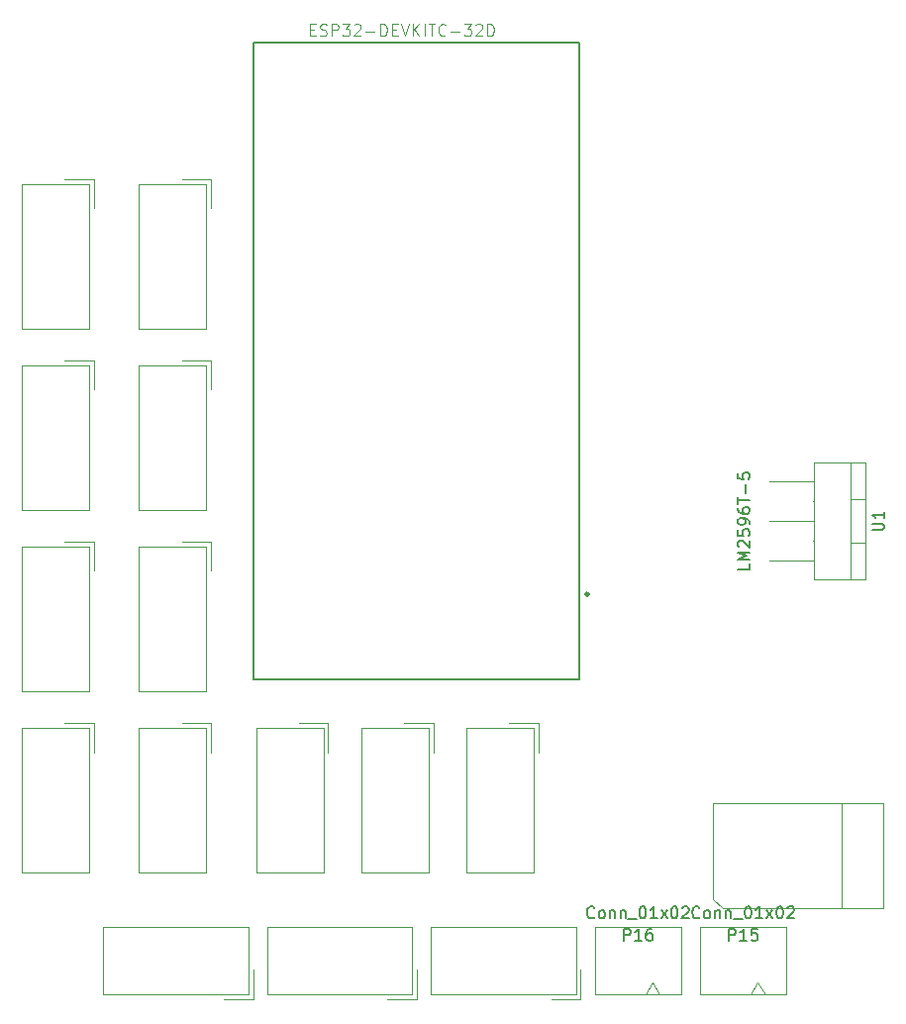
<source format=gbr>
G04 #@! TF.GenerationSoftware,KiCad,Pcbnew,5.1.10-88a1d61d58~90~ubuntu20.04.1*
G04 #@! TF.CreationDate,2022-01-15T16:19:50+00:00*
G04 #@! TF.ProjectId,beehive,62656568-6976-4652-9e6b-696361645f70,rev?*
G04 #@! TF.SameCoordinates,Original*
G04 #@! TF.FileFunction,Other,Fab,Top*
%FSLAX46Y46*%
G04 Gerber Fmt 4.6, Leading zero omitted, Abs format (unit mm)*
G04 Created by KiCad (PCBNEW 5.1.10-88a1d61d58~90~ubuntu20.04.1) date 2022-01-15 16:19:50*
%MOMM*%
%LPD*%
G01*
G04 APERTURE LIST*
%ADD10C,0.100000*%
%ADD11C,0.127000*%
%ADD12C,0.280000*%
%ADD13C,0.150000*%
%ADD14C,0.015000*%
G04 APERTURE END LIST*
D10*
X193450000Y-143350000D02*
X193450000Y-137600000D01*
X193450000Y-137600000D02*
X186050000Y-137600000D01*
X186050000Y-137600000D02*
X186050000Y-143350000D01*
X186050000Y-143350000D02*
X193450000Y-143350000D01*
X191625000Y-143350000D02*
X191000000Y-142350000D01*
X191000000Y-142350000D02*
X190375000Y-143350000D01*
X202450000Y-143350000D02*
X202450000Y-137600000D01*
X202450000Y-137600000D02*
X195050000Y-137600000D01*
X195050000Y-137600000D02*
X195050000Y-143350000D01*
X195050000Y-143350000D02*
X202450000Y-143350000D01*
X200625000Y-143350000D02*
X200000000Y-142350000D01*
X200000000Y-142350000D02*
X199375000Y-143350000D01*
X142850000Y-89550000D02*
X137100000Y-89550000D01*
X137100000Y-89550000D02*
X137100000Y-101950000D01*
X137100000Y-101950000D02*
X142850000Y-101950000D01*
X142850000Y-101950000D02*
X142850000Y-89550000D01*
X143250000Y-91650000D02*
X143250000Y-89150000D01*
X143250000Y-89150000D02*
X140750000Y-89150000D01*
X152850000Y-74050000D02*
X147100000Y-74050000D01*
X147100000Y-74050000D02*
X147100000Y-86450000D01*
X147100000Y-86450000D02*
X152850000Y-86450000D01*
X152850000Y-86450000D02*
X152850000Y-74050000D01*
X153250000Y-76150000D02*
X153250000Y-73650000D01*
X153250000Y-73650000D02*
X150750000Y-73650000D01*
X142850000Y-74050000D02*
X137100000Y-74050000D01*
X137100000Y-74050000D02*
X137100000Y-86450000D01*
X137100000Y-86450000D02*
X142850000Y-86450000D01*
X142850000Y-86450000D02*
X142850000Y-74050000D01*
X143250000Y-76150000D02*
X143250000Y-73650000D01*
X143250000Y-73650000D02*
X140750000Y-73650000D01*
X142850000Y-105050000D02*
X137100000Y-105050000D01*
X137100000Y-105050000D02*
X137100000Y-117450000D01*
X137100000Y-117450000D02*
X142850000Y-117450000D01*
X142850000Y-117450000D02*
X142850000Y-105050000D01*
X143250000Y-107150000D02*
X143250000Y-104650000D01*
X143250000Y-104650000D02*
X140750000Y-104650000D01*
X184450000Y-143350000D02*
X184450000Y-137600000D01*
X184450000Y-137600000D02*
X172050000Y-137600000D01*
X172050000Y-137600000D02*
X172050000Y-143350000D01*
X172050000Y-143350000D02*
X184450000Y-143350000D01*
X182350000Y-143750000D02*
X184850000Y-143750000D01*
X184850000Y-143750000D02*
X184850000Y-141250000D01*
X156450000Y-143350000D02*
X156450000Y-137600000D01*
X156450000Y-137600000D02*
X144050000Y-137600000D01*
X144050000Y-137600000D02*
X144050000Y-143350000D01*
X144050000Y-143350000D02*
X156450000Y-143350000D01*
X154350000Y-143750000D02*
X156850000Y-143750000D01*
X156850000Y-143750000D02*
X156850000Y-141250000D01*
X170450000Y-143350000D02*
X170450000Y-137600000D01*
X170450000Y-137600000D02*
X158050000Y-137600000D01*
X158050000Y-137600000D02*
X158050000Y-143350000D01*
X158050000Y-143350000D02*
X170450000Y-143350000D01*
X168350000Y-143750000D02*
X170850000Y-143750000D01*
X170850000Y-143750000D02*
X170850000Y-141250000D01*
X180850000Y-120550000D02*
X175100000Y-120550000D01*
X175100000Y-120550000D02*
X175100000Y-132950000D01*
X175100000Y-132950000D02*
X180850000Y-132950000D01*
X180850000Y-132950000D02*
X180850000Y-120550000D01*
X181250000Y-122650000D02*
X181250000Y-120150000D01*
X181250000Y-120150000D02*
X178750000Y-120150000D01*
X171850000Y-120550000D02*
X166100000Y-120550000D01*
X166100000Y-120550000D02*
X166100000Y-132950000D01*
X166100000Y-132950000D02*
X171850000Y-132950000D01*
X171850000Y-132950000D02*
X171850000Y-120550000D01*
X172250000Y-122650000D02*
X172250000Y-120150000D01*
X172250000Y-120150000D02*
X169750000Y-120150000D01*
X162850000Y-120550000D02*
X157100000Y-120550000D01*
X157100000Y-120550000D02*
X157100000Y-132950000D01*
X157100000Y-132950000D02*
X162850000Y-132950000D01*
X162850000Y-132950000D02*
X162850000Y-120550000D01*
X163250000Y-122650000D02*
X163250000Y-120150000D01*
X163250000Y-120150000D02*
X160750000Y-120150000D01*
X152850000Y-120550000D02*
X147100000Y-120550000D01*
X147100000Y-120550000D02*
X147100000Y-132950000D01*
X147100000Y-132950000D02*
X152850000Y-132950000D01*
X152850000Y-132950000D02*
X152850000Y-120550000D01*
X153250000Y-122650000D02*
X153250000Y-120150000D01*
X153250000Y-120150000D02*
X150750000Y-120150000D01*
X142850000Y-120550000D02*
X137100000Y-120550000D01*
X137100000Y-120550000D02*
X137100000Y-132950000D01*
X137100000Y-132950000D02*
X142850000Y-132950000D01*
X142850000Y-132950000D02*
X142850000Y-120550000D01*
X143250000Y-122650000D02*
X143250000Y-120150000D01*
X143250000Y-120150000D02*
X140750000Y-120150000D01*
X152850000Y-105050000D02*
X147100000Y-105050000D01*
X147100000Y-105050000D02*
X147100000Y-117450000D01*
X147100000Y-117450000D02*
X152850000Y-117450000D01*
X152850000Y-117450000D02*
X152850000Y-105050000D01*
X153250000Y-107150000D02*
X153250000Y-104650000D01*
X153250000Y-104650000D02*
X150750000Y-104650000D01*
X152850000Y-89550000D02*
X147100000Y-89550000D01*
X147100000Y-89550000D02*
X147100000Y-101950000D01*
X147100000Y-101950000D02*
X152850000Y-101950000D01*
X152850000Y-101950000D02*
X152850000Y-89550000D01*
X153250000Y-91650000D02*
X153250000Y-89150000D01*
X153250000Y-89150000D02*
X150750000Y-89150000D01*
X197003213Y-136005425D02*
X196200000Y-135250000D01*
X207200000Y-136000000D02*
X207200000Y-127000000D01*
X210700000Y-136000000D02*
X210700000Y-127000000D01*
X210700000Y-127000000D02*
X196200000Y-127000000D01*
X196200000Y-127000000D02*
X196200000Y-135250000D01*
X197000000Y-136000000D02*
X210700000Y-136000000D01*
X209200000Y-97900000D02*
X204800000Y-97900000D01*
X204800000Y-97900000D02*
X204800000Y-107900000D01*
X204800000Y-107900000D02*
X209200000Y-107900000D01*
X209200000Y-107900000D02*
X209200000Y-97900000D01*
X207930000Y-97900000D02*
X207930000Y-107900000D01*
X209200000Y-101050000D02*
X207930000Y-101050000D01*
X209200000Y-104750000D02*
X207930000Y-104750000D01*
X204800000Y-99500000D02*
X201000000Y-99500000D01*
X204800000Y-101200000D02*
X204700000Y-101200000D01*
X204800000Y-102900000D02*
X201000000Y-102900000D01*
X204800000Y-104600000D02*
X204700000Y-104600000D01*
X204800000Y-106300000D02*
X201000000Y-106300000D01*
D11*
X184750000Y-116390000D02*
X156850000Y-116390000D01*
X156850000Y-116390000D02*
X156850000Y-61990000D01*
X156850000Y-61990000D02*
X184750000Y-61990000D01*
X184750000Y-61990000D02*
X184750000Y-116390000D01*
D12*
X185540000Y-109140000D02*
G75*
G03*
X185540000Y-109140000I-140000J0D01*
G01*
X185540000Y-109140000D02*
G75*
G03*
X185540000Y-109140000I-140000J0D01*
G01*
D13*
X186011904Y-136757142D02*
X185964285Y-136804761D01*
X185821428Y-136852380D01*
X185726190Y-136852380D01*
X185583333Y-136804761D01*
X185488095Y-136709523D01*
X185440476Y-136614285D01*
X185392857Y-136423809D01*
X185392857Y-136280952D01*
X185440476Y-136090476D01*
X185488095Y-135995238D01*
X185583333Y-135900000D01*
X185726190Y-135852380D01*
X185821428Y-135852380D01*
X185964285Y-135900000D01*
X186011904Y-135947619D01*
X186583333Y-136852380D02*
X186488095Y-136804761D01*
X186440476Y-136757142D01*
X186392857Y-136661904D01*
X186392857Y-136376190D01*
X186440476Y-136280952D01*
X186488095Y-136233333D01*
X186583333Y-136185714D01*
X186726190Y-136185714D01*
X186821428Y-136233333D01*
X186869047Y-136280952D01*
X186916666Y-136376190D01*
X186916666Y-136661904D01*
X186869047Y-136757142D01*
X186821428Y-136804761D01*
X186726190Y-136852380D01*
X186583333Y-136852380D01*
X187345238Y-136185714D02*
X187345238Y-136852380D01*
X187345238Y-136280952D02*
X187392857Y-136233333D01*
X187488095Y-136185714D01*
X187630952Y-136185714D01*
X187726190Y-136233333D01*
X187773809Y-136328571D01*
X187773809Y-136852380D01*
X188250000Y-136185714D02*
X188250000Y-136852380D01*
X188250000Y-136280952D02*
X188297619Y-136233333D01*
X188392857Y-136185714D01*
X188535714Y-136185714D01*
X188630952Y-136233333D01*
X188678571Y-136328571D01*
X188678571Y-136852380D01*
X188916666Y-136947619D02*
X189678571Y-136947619D01*
X190107142Y-135852380D02*
X190202380Y-135852380D01*
X190297619Y-135900000D01*
X190345238Y-135947619D01*
X190392857Y-136042857D01*
X190440476Y-136233333D01*
X190440476Y-136471428D01*
X190392857Y-136661904D01*
X190345238Y-136757142D01*
X190297619Y-136804761D01*
X190202380Y-136852380D01*
X190107142Y-136852380D01*
X190011904Y-136804761D01*
X189964285Y-136757142D01*
X189916666Y-136661904D01*
X189869047Y-136471428D01*
X189869047Y-136233333D01*
X189916666Y-136042857D01*
X189964285Y-135947619D01*
X190011904Y-135900000D01*
X190107142Y-135852380D01*
X191392857Y-136852380D02*
X190821428Y-136852380D01*
X191107142Y-136852380D02*
X191107142Y-135852380D01*
X191011904Y-135995238D01*
X190916666Y-136090476D01*
X190821428Y-136138095D01*
X191726190Y-136852380D02*
X192250000Y-136185714D01*
X191726190Y-136185714D02*
X192250000Y-136852380D01*
X192821428Y-135852380D02*
X192916666Y-135852380D01*
X193011904Y-135900000D01*
X193059523Y-135947619D01*
X193107142Y-136042857D01*
X193154761Y-136233333D01*
X193154761Y-136471428D01*
X193107142Y-136661904D01*
X193059523Y-136757142D01*
X193011904Y-136804761D01*
X192916666Y-136852380D01*
X192821428Y-136852380D01*
X192726190Y-136804761D01*
X192678571Y-136757142D01*
X192630952Y-136661904D01*
X192583333Y-136471428D01*
X192583333Y-136233333D01*
X192630952Y-136042857D01*
X192678571Y-135947619D01*
X192726190Y-135900000D01*
X192821428Y-135852380D01*
X193535714Y-135947619D02*
X193583333Y-135900000D01*
X193678571Y-135852380D01*
X193916666Y-135852380D01*
X194011904Y-135900000D01*
X194059523Y-135947619D01*
X194107142Y-136042857D01*
X194107142Y-136138095D01*
X194059523Y-136280952D01*
X193488095Y-136852380D01*
X194107142Y-136852380D01*
X188535714Y-138752380D02*
X188535714Y-137752380D01*
X188916666Y-137752380D01*
X189011904Y-137800000D01*
X189059523Y-137847619D01*
X189107142Y-137942857D01*
X189107142Y-138085714D01*
X189059523Y-138180952D01*
X189011904Y-138228571D01*
X188916666Y-138276190D01*
X188535714Y-138276190D01*
X190059523Y-138752380D02*
X189488095Y-138752380D01*
X189773809Y-138752380D02*
X189773809Y-137752380D01*
X189678571Y-137895238D01*
X189583333Y-137990476D01*
X189488095Y-138038095D01*
X190916666Y-137752380D02*
X190726190Y-137752380D01*
X190630952Y-137800000D01*
X190583333Y-137847619D01*
X190488095Y-137990476D01*
X190440476Y-138180952D01*
X190440476Y-138561904D01*
X190488095Y-138657142D01*
X190535714Y-138704761D01*
X190630952Y-138752380D01*
X190821428Y-138752380D01*
X190916666Y-138704761D01*
X190964285Y-138657142D01*
X191011904Y-138561904D01*
X191011904Y-138323809D01*
X190964285Y-138228571D01*
X190916666Y-138180952D01*
X190821428Y-138133333D01*
X190630952Y-138133333D01*
X190535714Y-138180952D01*
X190488095Y-138228571D01*
X190440476Y-138323809D01*
X195011904Y-136757142D02*
X194964285Y-136804761D01*
X194821428Y-136852380D01*
X194726190Y-136852380D01*
X194583333Y-136804761D01*
X194488095Y-136709523D01*
X194440476Y-136614285D01*
X194392857Y-136423809D01*
X194392857Y-136280952D01*
X194440476Y-136090476D01*
X194488095Y-135995238D01*
X194583333Y-135900000D01*
X194726190Y-135852380D01*
X194821428Y-135852380D01*
X194964285Y-135900000D01*
X195011904Y-135947619D01*
X195583333Y-136852380D02*
X195488095Y-136804761D01*
X195440476Y-136757142D01*
X195392857Y-136661904D01*
X195392857Y-136376190D01*
X195440476Y-136280952D01*
X195488095Y-136233333D01*
X195583333Y-136185714D01*
X195726190Y-136185714D01*
X195821428Y-136233333D01*
X195869047Y-136280952D01*
X195916666Y-136376190D01*
X195916666Y-136661904D01*
X195869047Y-136757142D01*
X195821428Y-136804761D01*
X195726190Y-136852380D01*
X195583333Y-136852380D01*
X196345238Y-136185714D02*
X196345238Y-136852380D01*
X196345238Y-136280952D02*
X196392857Y-136233333D01*
X196488095Y-136185714D01*
X196630952Y-136185714D01*
X196726190Y-136233333D01*
X196773809Y-136328571D01*
X196773809Y-136852380D01*
X197250000Y-136185714D02*
X197250000Y-136852380D01*
X197250000Y-136280952D02*
X197297619Y-136233333D01*
X197392857Y-136185714D01*
X197535714Y-136185714D01*
X197630952Y-136233333D01*
X197678571Y-136328571D01*
X197678571Y-136852380D01*
X197916666Y-136947619D02*
X198678571Y-136947619D01*
X199107142Y-135852380D02*
X199202380Y-135852380D01*
X199297619Y-135900000D01*
X199345238Y-135947619D01*
X199392857Y-136042857D01*
X199440476Y-136233333D01*
X199440476Y-136471428D01*
X199392857Y-136661904D01*
X199345238Y-136757142D01*
X199297619Y-136804761D01*
X199202380Y-136852380D01*
X199107142Y-136852380D01*
X199011904Y-136804761D01*
X198964285Y-136757142D01*
X198916666Y-136661904D01*
X198869047Y-136471428D01*
X198869047Y-136233333D01*
X198916666Y-136042857D01*
X198964285Y-135947619D01*
X199011904Y-135900000D01*
X199107142Y-135852380D01*
X200392857Y-136852380D02*
X199821428Y-136852380D01*
X200107142Y-136852380D02*
X200107142Y-135852380D01*
X200011904Y-135995238D01*
X199916666Y-136090476D01*
X199821428Y-136138095D01*
X200726190Y-136852380D02*
X201250000Y-136185714D01*
X200726190Y-136185714D02*
X201250000Y-136852380D01*
X201821428Y-135852380D02*
X201916666Y-135852380D01*
X202011904Y-135900000D01*
X202059523Y-135947619D01*
X202107142Y-136042857D01*
X202154761Y-136233333D01*
X202154761Y-136471428D01*
X202107142Y-136661904D01*
X202059523Y-136757142D01*
X202011904Y-136804761D01*
X201916666Y-136852380D01*
X201821428Y-136852380D01*
X201726190Y-136804761D01*
X201678571Y-136757142D01*
X201630952Y-136661904D01*
X201583333Y-136471428D01*
X201583333Y-136233333D01*
X201630952Y-136042857D01*
X201678571Y-135947619D01*
X201726190Y-135900000D01*
X201821428Y-135852380D01*
X202535714Y-135947619D02*
X202583333Y-135900000D01*
X202678571Y-135852380D01*
X202916666Y-135852380D01*
X203011904Y-135900000D01*
X203059523Y-135947619D01*
X203107142Y-136042857D01*
X203107142Y-136138095D01*
X203059523Y-136280952D01*
X202488095Y-136852380D01*
X203107142Y-136852380D01*
X197535714Y-138752380D02*
X197535714Y-137752380D01*
X197916666Y-137752380D01*
X198011904Y-137800000D01*
X198059523Y-137847619D01*
X198107142Y-137942857D01*
X198107142Y-138085714D01*
X198059523Y-138180952D01*
X198011904Y-138228571D01*
X197916666Y-138276190D01*
X197535714Y-138276190D01*
X199059523Y-138752380D02*
X198488095Y-138752380D01*
X198773809Y-138752380D02*
X198773809Y-137752380D01*
X198678571Y-137895238D01*
X198583333Y-137990476D01*
X198488095Y-138038095D01*
X199964285Y-137752380D02*
X199488095Y-137752380D01*
X199440476Y-138228571D01*
X199488095Y-138180952D01*
X199583333Y-138133333D01*
X199821428Y-138133333D01*
X199916666Y-138180952D01*
X199964285Y-138228571D01*
X200011904Y-138323809D01*
X200011904Y-138561904D01*
X199964285Y-138657142D01*
X199916666Y-138704761D01*
X199821428Y-138752380D01*
X199583333Y-138752380D01*
X199488095Y-138704761D01*
X199440476Y-138657142D01*
X199302380Y-106542857D02*
X199302380Y-107019047D01*
X198302380Y-107019047D01*
X199302380Y-106209523D02*
X198302380Y-106209523D01*
X199016666Y-105876190D01*
X198302380Y-105542857D01*
X199302380Y-105542857D01*
X198397619Y-105114285D02*
X198350000Y-105066666D01*
X198302380Y-104971428D01*
X198302380Y-104733333D01*
X198350000Y-104638095D01*
X198397619Y-104590476D01*
X198492857Y-104542857D01*
X198588095Y-104542857D01*
X198730952Y-104590476D01*
X199302380Y-105161904D01*
X199302380Y-104542857D01*
X198302380Y-103638095D02*
X198302380Y-104114285D01*
X198778571Y-104161904D01*
X198730952Y-104114285D01*
X198683333Y-104019047D01*
X198683333Y-103780952D01*
X198730952Y-103685714D01*
X198778571Y-103638095D01*
X198873809Y-103590476D01*
X199111904Y-103590476D01*
X199207142Y-103638095D01*
X199254761Y-103685714D01*
X199302380Y-103780952D01*
X199302380Y-104019047D01*
X199254761Y-104114285D01*
X199207142Y-104161904D01*
X199302380Y-103114285D02*
X199302380Y-102923809D01*
X199254761Y-102828571D01*
X199207142Y-102780952D01*
X199064285Y-102685714D01*
X198873809Y-102638095D01*
X198492857Y-102638095D01*
X198397619Y-102685714D01*
X198350000Y-102733333D01*
X198302380Y-102828571D01*
X198302380Y-103019047D01*
X198350000Y-103114285D01*
X198397619Y-103161904D01*
X198492857Y-103209523D01*
X198730952Y-103209523D01*
X198826190Y-103161904D01*
X198873809Y-103114285D01*
X198921428Y-103019047D01*
X198921428Y-102828571D01*
X198873809Y-102733333D01*
X198826190Y-102685714D01*
X198730952Y-102638095D01*
X198302380Y-101780952D02*
X198302380Y-101971428D01*
X198350000Y-102066666D01*
X198397619Y-102114285D01*
X198540476Y-102209523D01*
X198730952Y-102257142D01*
X199111904Y-102257142D01*
X199207142Y-102209523D01*
X199254761Y-102161904D01*
X199302380Y-102066666D01*
X199302380Y-101876190D01*
X199254761Y-101780952D01*
X199207142Y-101733333D01*
X199111904Y-101685714D01*
X198873809Y-101685714D01*
X198778571Y-101733333D01*
X198730952Y-101780952D01*
X198683333Y-101876190D01*
X198683333Y-102066666D01*
X198730952Y-102161904D01*
X198778571Y-102209523D01*
X198873809Y-102257142D01*
X198302380Y-101400000D02*
X198302380Y-100828571D01*
X199302380Y-101114285D02*
X198302380Y-101114285D01*
X198921428Y-100495238D02*
X198921428Y-99733333D01*
X198302380Y-98780952D02*
X198302380Y-99257142D01*
X198778571Y-99304761D01*
X198730952Y-99257142D01*
X198683333Y-99161904D01*
X198683333Y-98923809D01*
X198730952Y-98828571D01*
X198778571Y-98780952D01*
X198873809Y-98733333D01*
X199111904Y-98733333D01*
X199207142Y-98780952D01*
X199254761Y-98828571D01*
X199302380Y-98923809D01*
X199302380Y-99161904D01*
X199254761Y-99257142D01*
X199207142Y-99304761D01*
X209772380Y-103661904D02*
X210581904Y-103661904D01*
X210677142Y-103614285D01*
X210724761Y-103566666D01*
X210772380Y-103471428D01*
X210772380Y-103280952D01*
X210724761Y-103185714D01*
X210677142Y-103138095D01*
X210581904Y-103090476D01*
X209772380Y-103090476D01*
X210772380Y-102090476D02*
X210772380Y-102661904D01*
X210772380Y-102376190D02*
X209772380Y-102376190D01*
X209915238Y-102471428D01*
X210010476Y-102566666D01*
X210058095Y-102661904D01*
D14*
X161717105Y-60873961D02*
X162050787Y-60873961D01*
X162193794Y-61398319D02*
X161717105Y-61398319D01*
X161717105Y-60397272D01*
X162193794Y-60397272D01*
X162575145Y-61350650D02*
X162718152Y-61398319D01*
X162956496Y-61398319D01*
X163051834Y-61350650D01*
X163099503Y-61302981D01*
X163147172Y-61207643D01*
X163147172Y-61112306D01*
X163099503Y-61016968D01*
X163051834Y-60969299D01*
X162956496Y-60921630D01*
X162765821Y-60873961D01*
X162670483Y-60826292D01*
X162622814Y-60778623D01*
X162575145Y-60683286D01*
X162575145Y-60587948D01*
X162622814Y-60492610D01*
X162670483Y-60444941D01*
X162765821Y-60397272D01*
X163004165Y-60397272D01*
X163147172Y-60444941D01*
X163576192Y-61398319D02*
X163576192Y-60397272D01*
X163957543Y-60397272D01*
X164052881Y-60444941D01*
X164100550Y-60492610D01*
X164148219Y-60587948D01*
X164148219Y-60730954D01*
X164100550Y-60826292D01*
X164052881Y-60873961D01*
X163957543Y-60921630D01*
X163576192Y-60921630D01*
X164481901Y-60397272D02*
X165101597Y-60397272D01*
X164767915Y-60778623D01*
X164910921Y-60778623D01*
X165006259Y-60826292D01*
X165053928Y-60873961D01*
X165101597Y-60969299D01*
X165101597Y-61207643D01*
X165053928Y-61302981D01*
X165006259Y-61350650D01*
X164910921Y-61398319D01*
X164624908Y-61398319D01*
X164529570Y-61350650D01*
X164481901Y-61302981D01*
X165482948Y-60492610D02*
X165530617Y-60444941D01*
X165625955Y-60397272D01*
X165864299Y-60397272D01*
X165959637Y-60444941D01*
X166007306Y-60492610D01*
X166054975Y-60587948D01*
X166054975Y-60683286D01*
X166007306Y-60826292D01*
X165435279Y-61398319D01*
X166054975Y-61398319D01*
X166483995Y-61016968D02*
X167246698Y-61016968D01*
X167723387Y-61398319D02*
X167723387Y-60397272D01*
X167961731Y-60397272D01*
X168104738Y-60444941D01*
X168200076Y-60540279D01*
X168247745Y-60635617D01*
X168295414Y-60826292D01*
X168295414Y-60969299D01*
X168247745Y-61159975D01*
X168200076Y-61255312D01*
X168104738Y-61350650D01*
X167961731Y-61398319D01*
X167723387Y-61398319D01*
X168724434Y-60873961D02*
X169058116Y-60873961D01*
X169201123Y-61398319D02*
X168724434Y-61398319D01*
X168724434Y-60397272D01*
X169201123Y-60397272D01*
X169487136Y-60397272D02*
X169820818Y-61398319D01*
X170154501Y-60397272D01*
X170488183Y-61398319D02*
X170488183Y-60397272D01*
X171060210Y-61398319D02*
X170631190Y-60826292D01*
X171060210Y-60397272D02*
X170488183Y-60969299D01*
X171489230Y-61398319D02*
X171489230Y-60397272D01*
X171822912Y-60397272D02*
X172394939Y-60397272D01*
X172108926Y-61398319D02*
X172108926Y-60397272D01*
X173300649Y-61302981D02*
X173252980Y-61350650D01*
X173109973Y-61398319D01*
X173014635Y-61398319D01*
X172871628Y-61350650D01*
X172776291Y-61255312D01*
X172728622Y-61159975D01*
X172680953Y-60969299D01*
X172680953Y-60826292D01*
X172728622Y-60635617D01*
X172776291Y-60540279D01*
X172871628Y-60444941D01*
X173014635Y-60397272D01*
X173109973Y-60397272D01*
X173252980Y-60444941D01*
X173300649Y-60492610D01*
X173729669Y-61016968D02*
X174492371Y-61016968D01*
X174873722Y-60397272D02*
X175493418Y-60397272D01*
X175159736Y-60778623D01*
X175302743Y-60778623D01*
X175398080Y-60826292D01*
X175445749Y-60873961D01*
X175493418Y-60969299D01*
X175493418Y-61207643D01*
X175445749Y-61302981D01*
X175398080Y-61350650D01*
X175302743Y-61398319D01*
X175016729Y-61398319D01*
X174921391Y-61350650D01*
X174873722Y-61302981D01*
X175874769Y-60492610D02*
X175922438Y-60444941D01*
X176017776Y-60397272D01*
X176256121Y-60397272D01*
X176351458Y-60444941D01*
X176399127Y-60492610D01*
X176446796Y-60587948D01*
X176446796Y-60683286D01*
X176399127Y-60826292D01*
X175827100Y-61398319D01*
X176446796Y-61398319D01*
X176875816Y-61398319D02*
X176875816Y-60397272D01*
X177114161Y-60397272D01*
X177257168Y-60444941D01*
X177352505Y-60540279D01*
X177400174Y-60635617D01*
X177447843Y-60826292D01*
X177447843Y-60969299D01*
X177400174Y-61159975D01*
X177352505Y-61255312D01*
X177257168Y-61350650D01*
X177114161Y-61398319D01*
X176875816Y-61398319D01*
M02*

</source>
